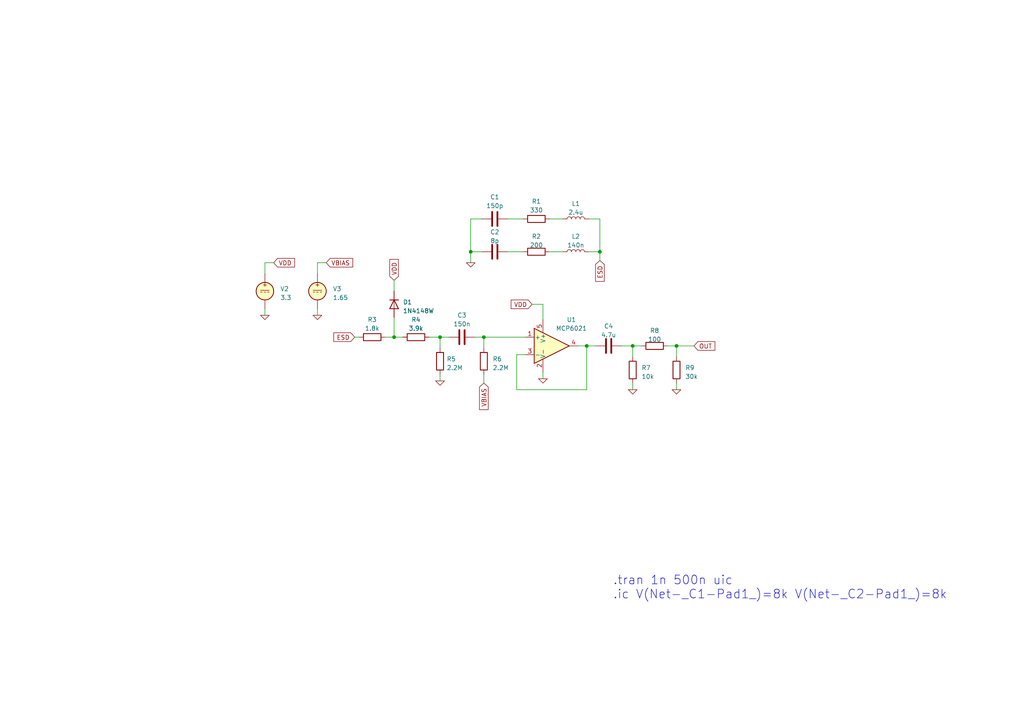
<source format=kicad_sch>
(kicad_sch (version 20230121) (generator eeschema)
  (paper "A4")
  (lib_symbols
    (symbol "Amplifier_Operational:MCP6001U" (pin_names (offset 0.127))
      (property "Reference" "U" (at 0 5.08 0))
      (property "Value" "MCP6001U" (at 0 -5.08 0))
      (symbol "MCP6001U_0_1"
        (polyline (pts (xy -5.08 5.08) (xy 5.08 0) (xy -5.08 -5.08) (xy -5.08 5.08)) (stroke (width 0.254)) (fill (type background)))
        (pin power_in line (at -2.54 -7.62 90) (length 3.81) (name "V-") (number "2"))
        (pin power_in line (at -2.54 7.62 270) (length 3.81) (name "V+") (number "5"))
      )
      (symbol "MCP6001U_1_1"
        (pin input line (at -7.62 2.54 0) (length 2.54) (name "+") (number "1"))
        (pin input line (at -7.62 -2.54 0) (length 2.54) (name "-") (number "3"))
        (pin output line (at 7.62 0 180) (length 2.54) (name "~") (number "4"))
      )
    )
    (symbol "Device:C" (pin_numbers hide) (pin_names (offset 0.254))
      (property "Reference" "C" (at 0.635 2.54 0))
      (property "Value" "C" (at 0.635 -2.54 0))
      (symbol "C_0_1"
        (polyline (pts (xy -2.032 -0.762) (xy 2.032 -0.762)) (stroke (width 0.508)))
        (polyline (pts (xy -2.032 0.762) (xy 2.032 0.762)) (stroke (width 0.508)))
      )
      (symbol "C_1_1"
        (pin passive line (at 0 3.81 270) (length 2.794) (name "~") (number "1"))
        (pin passive line (at 0 -3.81 90) (length 2.794) (name "~") (number "2"))
      )
    )
    (symbol "Device:D" (pin_numbers hide) (pin_names (offset 1.016) hide)
      (property "Reference" "D" (at 0 2.54 0))
      (property "Value" "D" (at 0 -2.54 0))
      (symbol "D_0_1"
        (polyline (pts (xy -1.27 1.27) (xy -1.27 -1.27)) (stroke (width 0.254)))
        (polyline (pts (xy 1.27 0) (xy -1.27 0)))
        (polyline (pts (xy 1.27 1.27) (xy 1.27 -1.27) (xy -1.27 0) (xy 1.27 1.27)) (stroke (width 0.254)))
      )
      (symbol "D_1_1"
        (pin passive line (at -3.81 0 0) (length 2.54) (name "K") (number "1"))
        (pin passive line (at 3.81 0 180) (length 2.54) (name "A") (number "2"))
      )
    )
    (symbol "Device:L" (pin_numbers hide) (pin_names (offset 1.016) hide)
      (property "Reference" "L" (at -1.27 0 90))
      (property "Value" "L" (at 1.905 0 90))
      (symbol "L_0_1"
        (arc (start 0 -2.54) (mid 0.6323 -1.905) (end 0 -1.27))
        (arc (start 0 -1.27) (mid 0.6323 -0.635) (end 0 0))
        (arc (start 0 0) (mid 0.6323 0.635) (end 0 1.27))
        (arc (start 0 1.27) (mid 0.6323 1.905) (end 0 2.54))
      )
      (symbol "L_1_1"
        (pin passive line (at 0 3.81 270) (length 1.27) (name "1") (number "1"))
        (pin passive line (at 0 -3.81 90) (length 1.27) (name "2") (number "2"))
      )
    )
    (symbol "Device:R" (pin_numbers hide) (pin_names (offset 0))
      (property "Reference" "R" (at 2.032 0 90))
      (property "Value" "R" (at 0 0 90))
      (symbol "R_0_1"
        (rectangle (start -1.016 -2.54) (end 1.016 2.54) (stroke (width 0.254)))
      )
      (symbol "R_1_1"
        (pin passive line (at 0 3.81 270) (length 1.27) (name "~") (number "1"))
        (pin passive line (at 0 -3.81 90) (length 1.27) (name "~") (number "2"))
      )
    )
    (symbol "Simulation_SPICE:0" (power) (pin_names (offset 0))
      (property "Value" "0" (at 0 -1.778 0))
      (symbol "0_0_1"
        (polyline (pts (xy -1.27 0) (xy 0 -1.27) (xy 1.27 0) (xy -1.27 0)))
      )
      (symbol "0_1_1"
        (pin power_in line (at 0 0 0) (length 0) hide (name "0") (number "1"))
      )
    )
    (symbol "Simulation_SPICE:VDC" (pin_numbers hide) (pin_names (offset 0.0254))
      (property "Reference" "V" (at 2.54 2.54 0))
      (property "Value" "1" (at 2.54 0 0))
      (symbol "VDC_0_0"
        (polyline (pts (xy -1.27 0.254) (xy 1.27 0.254)))
        (polyline (pts (xy -0.762 -0.254) (xy -1.27 -0.254)))
        (polyline (pts (xy 0.254 -0.254) (xy -0.254 -0.254)))
        (polyline (pts (xy 1.27 -0.254) (xy 0.762 -0.254)))
        (text "+" (at 0 1.905 0) (effects (font (size 1.27 1.27))))
      )
      (symbol "VDC_0_1"
        (circle (center 0 0) (radius 2.54) (stroke (width 0.254)) (fill (type background)))
      )
      (symbol "VDC_1_1"
        (pin passive line (at 0 5.08 270) (length 2.54) (name "~") (number "1"))
        (pin passive line (at 0 -5.08 90) (length 2.54) (name "~") (number "2"))
      )
    )
  )
  (junction (at 196.215 100.33))
  (junction (at 114.3 97.79))
  (junction (at 173.99 73.025))
  (junction (at 183.515 100.33))
  (junction (at 170.18 100.33))
  (junction (at 140.335 97.79))
  (junction (at 127.635 97.79))
  (junction (at 136.525 73.025))
  (wire (pts (xy 127.635 108.585) (xy 127.635 110.49)))
  (wire (pts (xy 76.835 76.2) (xy 79.375 76.2)))
  (wire (pts (xy 180.34 100.33) (xy 183.515 100.33)))
  (wire (pts (xy 173.99 73.025) (xy 173.99 75.565)))
  (wire (pts (xy 140.335 108.585) (xy 140.335 111.125)))
  (wire (pts (xy 196.215 100.33) (xy 196.215 103.505)))
  (wire (pts (xy 149.86 102.87) (xy 149.86 113.03)))
  (wire (pts (xy 193.675 100.33) (xy 196.215 100.33)))
  (wire (pts (xy 170.815 63.5) (xy 173.99 63.5)))
  (wire (pts (xy 114.3 97.79) (xy 116.84 97.79)))
  (wire (pts (xy 136.525 73.025) (xy 136.525 76.2)))
  (wire (pts (xy 127.635 97.79) (xy 130.175 97.79)))
  (wire (pts (xy 140.335 100.965) (xy 140.335 97.79)))
  (wire (pts (xy 127.635 97.79) (xy 127.635 100.965)))
  (wire (pts (xy 170.18 113.03) (xy 170.18 100.33)))
  (wire (pts (xy 152.4 102.87) (xy 149.86 102.87)))
  (wire (pts (xy 140.335 97.79) (xy 152.4 97.79)))
  (wire (pts (xy 154.305 88.265) (xy 157.48 88.265)))
  (wire (pts (xy 173.99 63.5) (xy 173.99 73.025)))
  (wire (pts (xy 92.075 89.535) (xy 92.075 91.44)))
  (wire (pts (xy 157.48 107.95) (xy 157.48 109.855)))
  (wire (pts (xy 147.32 73.025) (xy 151.765 73.025)))
  (wire (pts (xy 157.48 88.265) (xy 157.48 92.71)))
  (wire (pts (xy 111.76 97.79) (xy 114.3 97.79)))
  (wire (pts (xy 139.7 63.5) (xy 136.525 63.5)))
  (wire (pts (xy 183.515 111.125) (xy 183.515 113.03)))
  (wire (pts (xy 170.18 100.33) (xy 167.64 100.33)))
  (wire (pts (xy 183.515 100.33) (xy 186.055 100.33)))
  (wire (pts (xy 114.3 81.28) (xy 114.3 84.455)))
  (wire (pts (xy 136.525 63.5) (xy 136.525 73.025)))
  (wire (pts (xy 114.3 92.075) (xy 114.3 97.79)))
  (wire (pts (xy 92.075 79.375) (xy 92.075 76.2)))
  (wire (pts (xy 196.215 100.33) (xy 201.295 100.33)))
  (wire (pts (xy 183.515 103.505) (xy 183.515 100.33)))
  (wire (pts (xy 159.385 63.5) (xy 163.195 63.5)))
  (wire (pts (xy 173.99 73.025) (xy 170.815 73.025)))
  (wire (pts (xy 76.835 89.535) (xy 76.835 91.44)))
  (wire (pts (xy 102.87 97.79) (xy 104.14 97.79)))
  (wire (pts (xy 137.795 97.79) (xy 140.335 97.79)))
  (wire (pts (xy 196.215 111.125) (xy 196.215 113.03)))
  (wire (pts (xy 159.385 73.025) (xy 163.195 73.025)))
  (wire (pts (xy 76.835 79.375) (xy 76.835 76.2)))
  (wire (pts (xy 149.86 113.03) (xy 170.18 113.03)))
  (wire (pts (xy 147.32 63.5) (xy 151.765 63.5)))
  (wire (pts (xy 92.075 76.2) (xy 94.615 76.2)))
  (wire (pts (xy 124.46 97.79) (xy 127.635 97.79)))
  (wire (pts (xy 136.525 73.025) (xy 139.7 73.025)))
  (wire (pts (xy 170.18 100.33) (xy 172.72 100.33)))
  (text ".tran 1n 500n uic\n.ic V(Net-_C1-Pad1_)=8k V(Net-_C2-Pad1_)=8k" (at 177.8 173.99 0) (effects (font (size 2.54 2.54)) (justify left bottom)))
  (global_label "ESD" (shape input) (at 102.87 97.79 180) (property "Intersheetrefs" "${INTERSHEET_REFS}" (effects hide)))
  (global_label "ESD" (shape input) (at 173.99 75.565 270) (property "Intersheetrefs" "${INTERSHEET_REFS}" (effects hide)))
  (global_label "VDD" (shape input) (at 79.375 76.2 0) (property "Intersheetrefs" "${INTERSHEET_REFS}" (effects hide)))
  (global_label "VBIAS" (shape input) (at 140.335 111.125 270) (property "Intersheetrefs" "${INTERSHEET_REFS}" (effects hide)))
  (global_label "VDD" (shape input) (at 154.305 88.265 180) (property "Intersheetrefs" "${INTERSHEET_REFS}" (effects hide)))
  (global_label "VBIAS" (shape input) (at 94.615 76.2 0) (property "Intersheetrefs" "${INTERSHEET_REFS}" (effects hide)))
  (global_label "VDD" (shape input) (at 114.3 81.28 90) (property "Intersheetrefs" "${INTERSHEET_REFS}" (effects hide)))
  (global_label "OUT" (shape input) (at 201.295 100.33 0) (property "Intersheetrefs" "${INTERSHEET_REFS}" (effects hide)))
  (symbol (lib_id "Device:C") (at 143.51 63.5 270) (unit 1)
    (property "Reference" "C1" (at 143.51 57.15 90))
    (property "Value" "150p" (at 143.51 59.69 90))
  )
  (symbol (lib_id "Device:R") (at 127.635 104.775 0) (unit 1)
    (property "Reference" "R5" (at 129.54 104.14 0) (effects (justify left)))
    (property "Value" "2.2M" (at 129.54 106.68 0) (effects (justify left)))
  )
  (symbol (lib_id "Simulation_SPICE:0") (at 127.635 110.49 0) (unit 1)
    (property "Reference" "#GND05" (effects hide))
    (property "Value" "0" (effects hide))
  )
  (symbol (lib_id "Simulation_SPICE:0") (at 92.075 91.44 0) (unit 1)
    (property "Reference" "#GND04" (effects hide))
    (property "Value" "0" (effects hide))
  )
  (symbol (lib_id "Device:R") (at 120.65 97.79 90) (unit 1)
    (property "Reference" "R4" (at 120.65 92.71 90))
    (property "Value" "3.9k" (at 120.65 95.25 90))
  )
  (symbol (lib_id "Device:R") (at 107.95 97.79 90) (unit 1)
    (property "Reference" "R3" (at 107.95 92.71 90))
    (property "Value" "1.8k" (at 107.95 95.25 90))
  )
  (symbol (lib_id "Device:C") (at 176.53 100.33 90) (unit 1)
    (property "Reference" "C4" (at 176.53 94.615 90))
    (property "Value" "4.7u" (at 176.53 97.155 90))
  )
  (symbol (lib_id "Device:R") (at 140.335 104.775 0) (unit 1)
    (property "Reference" "R6" (at 142.875 104.14 0) (effects (justify left)))
    (property "Value" "2.2M" (at 142.875 106.68 0) (effects (justify left)))
  )
  (symbol (lib_id "Simulation_SPICE:0") (at 196.215 113.03 0) (unit 1)
    (property "Reference" "#GND07" (effects hide))
    (property "Value" "0" (effects hide))
  )
  (symbol (lib_id "Device:R") (at 183.515 107.315 0) (unit 1)
    (property "Reference" "R7" (at 186.055 106.68 0) (effects (justify left)))
    (property "Value" "10k" (at 186.055 109.22 0) (effects (justify left)))
  )
  (symbol (lib_id "Simulation_SPICE:VDC") (at 76.835 84.455 0) (unit 1)
    (property "Reference" "V2" (at 81.28 83.7842 0) (effects (justify left)))
    (property "Value" "3.3" (at 81.28 86.3242 0) (effects (justify left)))
    (property "Sim.Pins" "1=+ 2=-" (effects hide))
    (property "Sim.Type" "DC" (effects hide))
    (property "Sim.Device" "V" (effects hide))
  )
  (symbol (lib_id "Simulation_SPICE:0") (at 76.835 91.44 0) (unit 1)
    (property "Reference" "#GND03" (effects hide))
    (property "Value" "0" (effects hide))
  )
  (symbol (lib_id "Device:R") (at 189.865 100.33 90) (unit 1)
    (property "Reference" "R8" (at 189.865 95.885 90))
    (property "Value" "100" (at 189.865 98.425 90))
  )
  (symbol (lib_id "Simulation_SPICE:0") (at 183.515 113.03 0) (unit 1)
    (property "Reference" "#GND06" (effects hide))
    (property "Value" "0" (effects hide))
  )
  (symbol (lib_id "Device:R") (at 196.215 107.315 0) (unit 1)
    (property "Reference" "R9" (at 198.755 106.68 0) (effects (justify left)))
    (property "Value" "30k" (at 198.755 109.22 0) (effects (justify left)))
  )
  (symbol (lib_id "Amplifier_Operational:MCP6001U") (at 160.02 100.33 0) (unit 1)
    (property "Reference" "U1" (at 165.735 92.71 0))
    (property "Value" "MCP6021" (at 165.735 95.25 0))
    (property "Datasheet" "http://ww1.microchip.com/downloads/en/DeviceDoc/21733j.pdf" (effects hide))
    (property "Sim.Library" "SPICEModels/MCP6021.lib" (effects hide))
    (property "Sim.Name" "MCP6021" (effects hide))
    (property "Sim.Device" "SUBCKT" (effects hide))
    (property "Sim.Pins" "1=1 2=4 3=2 4=5 5=3" (effects hide))
  )
  (symbol (lib_id "Simulation_SPICE:0") (at 157.48 109.855 0) (unit 1)
    (property "Reference" "#GND08" (effects hide))
    (property "Value" "0" (effects hide))
  )
  (symbol (lib_id "Device:D") (at 114.3 88.265 270) (unit 1)
    (property "Reference" "D1" (at 116.84 87.63 90) (effects (justify left)))
    (property "Value" "1N4148W" (at 116.84 90.17 90) (effects (justify left)))
    (property "Sim.Device" "D" (effects hide))
    (property "Sim.Pins" "1=K 2=A" (effects hide))
    (property "Sim.Library" "SPICEModels/1N4148W.lib" (effects hide))
    (property "Sim.Name" "1N4148W" (effects hide))
    (property "Sim.Params" "temp=28" (effects hide))
  )
  (symbol (lib_id "Simulation_SPICE:VDC") (at 92.075 84.455 0) (unit 1)
    (property "Reference" "V3" (at 96.52 83.7842 0) (effects (justify left)))
    (property "Value" "1.65" (at 96.52 86.3242 0) (effects (justify left)))
    (property "Sim.Pins" "1=+ 2=-" (effects hide))
    (property "Sim.Type" "DC" (effects hide))
    (property "Sim.Device" "V" (effects hide))
  )
  (symbol (lib_id "Device:L") (at 167.005 63.5 90) (unit 1)
    (property "Reference" "L1" (at 167.005 59.055 90))
    (property "Value" "2.4u" (at 167.005 61.595 90))
  )
  (symbol (lib_id "Device:L") (at 167.005 73.025 90) (unit 1)
    (property "Reference" "L2" (at 167.005 68.58 90))
    (property "Value" "140n" (at 167.005 71.12 90))
  )
  (symbol (lib_id "Simulation_SPICE:0") (at 136.525 76.2 0) (unit 1)
    (property "Reference" "#GND01" (effects hide))
    (property "Value" "0" (effects hide))
  )
  (symbol (lib_id "Device:C") (at 133.985 97.79 90) (unit 1)
    (property "Reference" "C3" (at 133.985 91.44 90))
    (property "Value" "150n" (at 133.985 93.98 90))
  )
  (symbol (lib_id "Device:R") (at 155.575 63.5 90) (unit 1)
    (property "Reference" "R1" (at 155.575 58.42 90))
    (property "Value" "330" (at 155.575 60.96 90))
  )
  (symbol (lib_id "Device:R") (at 155.575 73.025 90) (unit 1)
    (property "Reference" "R2" (at 155.575 68.58 90))
    (property "Value" "200" (at 155.575 71.12 90))
  )
  (symbol (lib_id "Device:C") (at 143.51 73.025 270) (unit 1)
    (property "Reference" "C2" (at 143.51 67.31 90))
    (property "Value" "8p" (at 143.51 69.85 90))
  )
)
</source>
